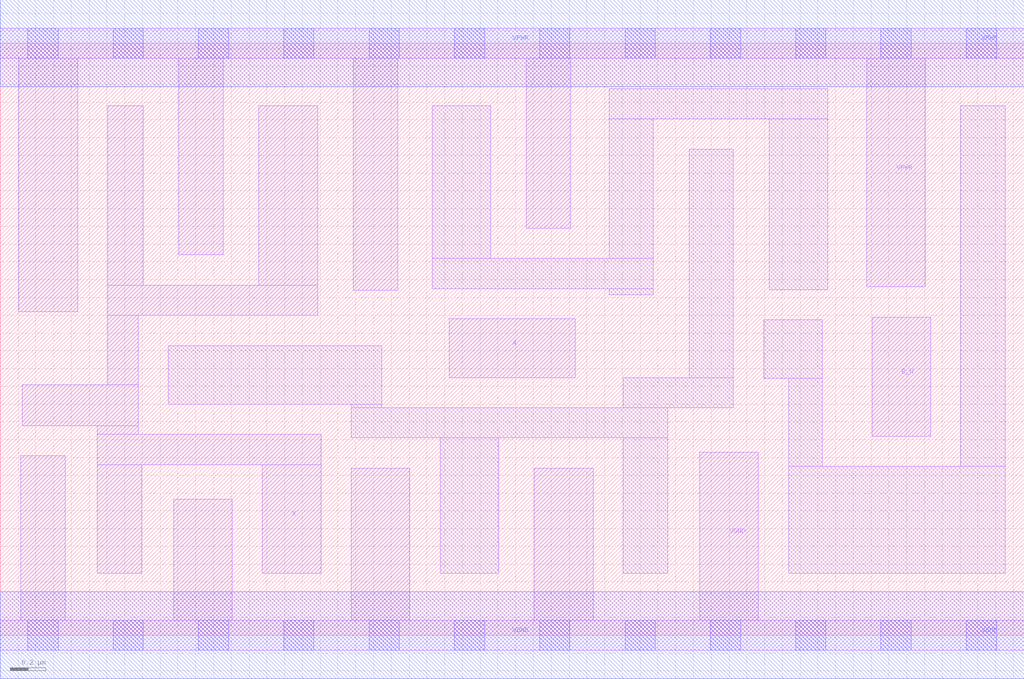
<source format=lef>
# Copyright 2020 The SkyWater PDK Authors
#
# Licensed under the Apache License, Version 2.0 (the "License");
# you may not use this file except in compliance with the License.
# You may obtain a copy of the License at
#
#     https://www.apache.org/licenses/LICENSE-2.0
#
# Unless required by applicable law or agreed to in writing, software
# distributed under the License is distributed on an "AS IS" BASIS,
# WITHOUT WARRANTIES OR CONDITIONS OF ANY KIND, either express or implied.
# See the License for the specific language governing permissions and
# limitations under the License.
#
# SPDX-License-Identifier: Apache-2.0

VERSION 5.7 ;
  NAMESCASESENSITIVE ON ;
  NOWIREEXTENSIONATPIN ON ;
  DIVIDERCHAR "/" ;
  BUSBITCHARS "[]" ;
UNITS
  DATABASE MICRONS 200 ;
END UNITS
MACRO sky130_fd_sc_ms__or2b_4
  CLASS CORE ;
  SOURCE USER ;
  FOREIGN sky130_fd_sc_ms__or2b_4 ;
  ORIGIN  0.000000  0.000000 ;
  SIZE  5.760000 BY  3.330000 ;
  SYMMETRY X Y ;
  SITE unit ;
  PIN A
    ANTENNAGATEAREA  0.552000 ;
    DIRECTION INPUT ;
    USE SIGNAL ;
    PORT
      LAYER li1 ;
        RECT 2.525000 1.450000 3.235000 1.780000 ;
    END
  END A
  PIN B_N
    ANTENNAGATEAREA  0.276000 ;
    DIRECTION INPUT ;
    USE SIGNAL ;
    PORT
      LAYER li1 ;
        RECT 4.905000 1.120000 5.235000 1.790000 ;
    END
  END B_N
  PIN X
    ANTENNADIFFAREA  1.037700 ;
    DIRECTION OUTPUT ;
    USE SIGNAL ;
    PORT
      LAYER li1 ;
        RECT 0.125000 1.180000 0.775000 1.410000 ;
        RECT 0.545000 0.350000 0.795000 0.960000 ;
        RECT 0.545000 0.960000 1.805000 1.130000 ;
        RECT 0.545000 1.130000 0.775000 1.180000 ;
        RECT 0.605000 1.410000 0.775000 1.800000 ;
        RECT 0.605000 1.800000 1.785000 1.970000 ;
        RECT 0.605000 1.970000 0.805000 2.980000 ;
        RECT 1.455000 1.970000 1.785000 2.980000 ;
        RECT 1.475000 0.350000 1.805000 0.960000 ;
    END
  END X
  PIN VGND
    DIRECTION INOUT ;
    USE GROUND ;
    PORT
      LAYER li1 ;
        RECT 0.000000 -0.085000 5.760000 0.085000 ;
        RECT 0.115000  0.085000 0.365000 1.010000 ;
        RECT 0.975000  0.085000 1.305000 0.765000 ;
        RECT 1.975000  0.085000 2.305000 0.940000 ;
        RECT 3.005000  0.085000 3.335000 0.940000 ;
        RECT 3.935000  0.085000 4.265000 1.030000 ;
      LAYER mcon ;
        RECT 0.155000 -0.085000 0.325000 0.085000 ;
        RECT 0.635000 -0.085000 0.805000 0.085000 ;
        RECT 1.115000 -0.085000 1.285000 0.085000 ;
        RECT 1.595000 -0.085000 1.765000 0.085000 ;
        RECT 2.075000 -0.085000 2.245000 0.085000 ;
        RECT 2.555000 -0.085000 2.725000 0.085000 ;
        RECT 3.035000 -0.085000 3.205000 0.085000 ;
        RECT 3.515000 -0.085000 3.685000 0.085000 ;
        RECT 3.995000 -0.085000 4.165000 0.085000 ;
        RECT 4.475000 -0.085000 4.645000 0.085000 ;
        RECT 4.955000 -0.085000 5.125000 0.085000 ;
        RECT 5.435000 -0.085000 5.605000 0.085000 ;
      LAYER met1 ;
        RECT 0.000000 -0.245000 5.760000 0.245000 ;
    END
  END VGND
  PIN VPWR
    DIRECTION INOUT ;
    USE POWER ;
    PORT
      LAYER li1 ;
        RECT 0.000000 3.245000 5.760000 3.415000 ;
        RECT 0.105000 1.820000 0.435000 3.245000 ;
        RECT 1.005000 2.140000 1.255000 3.245000 ;
        RECT 1.985000 1.940000 2.235000 3.245000 ;
        RECT 2.960000 2.290000 3.210000 3.245000 ;
        RECT 4.875000 1.960000 5.205000 3.245000 ;
      LAYER mcon ;
        RECT 0.155000 3.245000 0.325000 3.415000 ;
        RECT 0.635000 3.245000 0.805000 3.415000 ;
        RECT 1.115000 3.245000 1.285000 3.415000 ;
        RECT 1.595000 3.245000 1.765000 3.415000 ;
        RECT 2.075000 3.245000 2.245000 3.415000 ;
        RECT 2.555000 3.245000 2.725000 3.415000 ;
        RECT 3.035000 3.245000 3.205000 3.415000 ;
        RECT 3.515000 3.245000 3.685000 3.415000 ;
        RECT 3.995000 3.245000 4.165000 3.415000 ;
        RECT 4.475000 3.245000 4.645000 3.415000 ;
        RECT 4.955000 3.245000 5.125000 3.415000 ;
        RECT 5.435000 3.245000 5.605000 3.415000 ;
      LAYER met1 ;
        RECT 0.000000 3.085000 5.760000 3.575000 ;
    END
  END VPWR
  OBS
    LAYER li1 ;
      RECT 0.945000 1.300000 2.145000 1.630000 ;
      RECT 1.975000 1.110000 3.755000 1.280000 ;
      RECT 1.975000 1.280000 2.145000 1.300000 ;
      RECT 2.430000 1.950000 3.675000 2.120000 ;
      RECT 2.430000 2.120000 2.760000 2.980000 ;
      RECT 2.475000 0.350000 2.805000 1.110000 ;
      RECT 3.425000 1.915000 3.675000 1.950000 ;
      RECT 3.425000 2.120000 3.675000 2.905000 ;
      RECT 3.425000 2.905000 4.655000 3.075000 ;
      RECT 3.505000 0.350000 3.755000 1.110000 ;
      RECT 3.505000 1.280000 4.125000 1.450000 ;
      RECT 3.875000 1.450000 4.125000 2.735000 ;
      RECT 4.295000 1.445000 4.625000 1.775000 ;
      RECT 4.325000 1.945000 4.655000 2.905000 ;
      RECT 4.435000 0.350000 5.655000 0.950000 ;
      RECT 4.435000 0.950000 4.625000 1.445000 ;
      RECT 5.405000 0.950000 5.655000 2.980000 ;
  END
END sky130_fd_sc_ms__or2b_4

</source>
